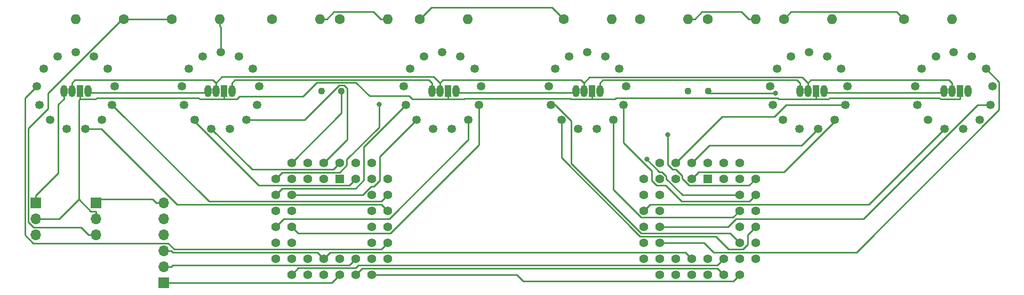
<source format=gbr>
G04 #@! TF.GenerationSoftware,KiCad,Pcbnew,(5.1.4-0-10_14)*
G04 #@! TF.CreationDate,2019-11-07T09:29:39+01:00*
G04 #@! TF.ProjectId,luminixie,6c756d69-6e69-4786-9965-2e6b69636164,rev?*
G04 #@! TF.SameCoordinates,Original*
G04 #@! TF.FileFunction,Copper,L1,Top*
G04 #@! TF.FilePolarity,Positive*
%FSLAX46Y46*%
G04 Gerber Fmt 4.6, Leading zero omitted, Abs format (unit mm)*
G04 Created by KiCad (PCBNEW (5.1.4-0-10_14)) date 2019-11-07 09:29:39*
%MOMM*%
%LPD*%
G04 APERTURE LIST*
%ADD10C,1.600000*%
%ADD11O,1.600000X1.600000*%
%ADD12O,1.700000X1.700000*%
%ADD13R,1.700000X1.700000*%
%ADD14O,1.117600X1.905000*%
%ADD15R,1.117600X1.905000*%
%ADD16C,1.346200*%
%ADD17C,1.107440*%
%ADD18R,1.422400X1.422400*%
%ADD19C,1.422400*%
%ADD20C,0.800000*%
%ADD21C,0.250000*%
G04 APERTURE END LIST*
D10*
X191770000Y-62230000D03*
D11*
X199390000Y-62230000D03*
D10*
X133350000Y-62230000D03*
D11*
X140970000Y-62230000D03*
D12*
X105410000Y-91440000D03*
X105410000Y-93980000D03*
X105410000Y-96520000D03*
X105410000Y-99060000D03*
X105410000Y-101600000D03*
D13*
X105410000Y-104140000D03*
X94615000Y-91440000D03*
D12*
X94615000Y-93980000D03*
X94615000Y-96520000D03*
X85090000Y-96520000D03*
X85090000Y-93980000D03*
D13*
X85090000Y-91440000D03*
D14*
X233045000Y-73660000D03*
X230505000Y-73660000D03*
D15*
X231775000Y-73660000D03*
D14*
X229235000Y-73660000D03*
X210185000Y-73660000D03*
X207645000Y-73660000D03*
D15*
X208915000Y-73660000D03*
D14*
X206375000Y-73660000D03*
X174625000Y-73660000D03*
X172085000Y-73660000D03*
D15*
X173355000Y-73660000D03*
D14*
X170815000Y-73660000D03*
X151765000Y-73660000D03*
X149225000Y-73660000D03*
D15*
X150495000Y-73660000D03*
D14*
X147955000Y-73660000D03*
X116205000Y-73660000D03*
X113665000Y-73660000D03*
D15*
X114935000Y-73660000D03*
D14*
X112395000Y-73660000D03*
X93345000Y-73660000D03*
X90805000Y-73660000D03*
D15*
X92075000Y-73660000D03*
D14*
X89535000Y-73660000D03*
D16*
X88564720Y-68181220D03*
X94315280Y-68181220D03*
X91440000Y-67472560D03*
X97584260Y-72915780D03*
X97226120Y-75854560D03*
X95544640Y-78292960D03*
X92920820Y-79669640D03*
X89959180Y-79669640D03*
X87335360Y-78292960D03*
X85653880Y-75854560D03*
X85295740Y-72915780D03*
X86347300Y-70144640D03*
X96532700Y-70144640D03*
X119532700Y-70144640D03*
X109347300Y-70144640D03*
X108295740Y-72915780D03*
X108653880Y-75854560D03*
X110335360Y-78292960D03*
X112959180Y-79669640D03*
X115920820Y-79669640D03*
X118544640Y-78292960D03*
X120226120Y-75854560D03*
X120584260Y-72915780D03*
X114440000Y-67472560D03*
X117315280Y-68181220D03*
X111564720Y-68181220D03*
X146764720Y-68181220D03*
X152515280Y-68181220D03*
X149640000Y-67472560D03*
X155784260Y-72915780D03*
X155426120Y-75854560D03*
X153744640Y-78292960D03*
X151120820Y-79669640D03*
X148159180Y-79669640D03*
X145535360Y-78292960D03*
X143853880Y-75854560D03*
X143495740Y-72915780D03*
X144547300Y-70144640D03*
X154732700Y-70144640D03*
X177732700Y-70144640D03*
X167547300Y-70144640D03*
X166495740Y-72915780D03*
X166853880Y-75854560D03*
X168535360Y-78292960D03*
X171159180Y-79669640D03*
X174120820Y-79669640D03*
X176744640Y-78292960D03*
X178426120Y-75854560D03*
X178784260Y-72915780D03*
X172640000Y-67472560D03*
X175515280Y-68181220D03*
X169764720Y-68181220D03*
X204964720Y-68181220D03*
X210715280Y-68181220D03*
X207840000Y-67472560D03*
X213984260Y-72915780D03*
X213626120Y-75854560D03*
X211944640Y-78292960D03*
X209320820Y-79669640D03*
X206359180Y-79669640D03*
X203735360Y-78292960D03*
X202053880Y-75854560D03*
X201695740Y-72915780D03*
X202747300Y-70144640D03*
X212932700Y-70144640D03*
X235932700Y-70144640D03*
X225747300Y-70144640D03*
X224695740Y-72915780D03*
X225053880Y-75854560D03*
X226735360Y-78292960D03*
X229359180Y-79669640D03*
X232320820Y-79669640D03*
X234944640Y-78292960D03*
X236626120Y-75854560D03*
X236984260Y-72915780D03*
X230840000Y-67472560D03*
X233715280Y-68181220D03*
X227964720Y-68181220D03*
D17*
X133627500Y-73660000D03*
X130452500Y-73660000D03*
X188652500Y-73660000D03*
X191827500Y-73660000D03*
D10*
X203835000Y-62230000D03*
D11*
X211455000Y-62230000D03*
D10*
X222885000Y-62230000D03*
D11*
X230505000Y-62230000D03*
X91440000Y-62230000D03*
D10*
X99060000Y-62230000D03*
X106680000Y-62230000D03*
D11*
X114300000Y-62230000D03*
D10*
X122555000Y-62230000D03*
D11*
X130175000Y-62230000D03*
D10*
X168910000Y-62230000D03*
D11*
X176530000Y-62230000D03*
X188595000Y-62230000D03*
D10*
X180975000Y-62230000D03*
D11*
X153670000Y-62230000D03*
D10*
X146050000Y-62230000D03*
D18*
X133350000Y-87630000D03*
D19*
X130810000Y-87630000D03*
X128270000Y-87630000D03*
X135890000Y-87630000D03*
X138430000Y-87630000D03*
X130810000Y-85090000D03*
X128270000Y-85090000D03*
X125730000Y-85090000D03*
X133350000Y-85090000D03*
X135890000Y-85090000D03*
X125730000Y-87630000D03*
X125730000Y-90170000D03*
X125730000Y-92710000D03*
X125730000Y-95250000D03*
X125730000Y-97790000D03*
X123190000Y-87630000D03*
X123190000Y-90170000D03*
X123190000Y-92710000D03*
X123190000Y-95250000D03*
X123190000Y-97790000D03*
X123190000Y-100330000D03*
X125730000Y-100330000D03*
X128270000Y-100330000D03*
X130810000Y-100330000D03*
X133350000Y-100330000D03*
X135890000Y-100330000D03*
X140970000Y-100330000D03*
X125730000Y-102870000D03*
X128270000Y-102870000D03*
X130810000Y-102870000D03*
X133350000Y-102870000D03*
X135890000Y-102870000D03*
X138430000Y-102870000D03*
X138430000Y-100330000D03*
X138430000Y-97790000D03*
X138430000Y-95250000D03*
X138430000Y-92710000D03*
X138430000Y-90170000D03*
X138430000Y-85090000D03*
X140970000Y-97790000D03*
X140970000Y-95250000D03*
X140970000Y-92710000D03*
X140970000Y-90170000D03*
X140970000Y-87630000D03*
X199390000Y-87630000D03*
X199390000Y-90170000D03*
X199390000Y-92710000D03*
X199390000Y-95250000D03*
X199390000Y-97790000D03*
X196850000Y-85090000D03*
X196850000Y-90170000D03*
X196850000Y-92710000D03*
X196850000Y-95250000D03*
X196850000Y-97790000D03*
X196850000Y-100330000D03*
X196850000Y-102870000D03*
X194310000Y-102870000D03*
X191770000Y-102870000D03*
X189230000Y-102870000D03*
X186690000Y-102870000D03*
X184150000Y-102870000D03*
X199390000Y-100330000D03*
X194310000Y-100330000D03*
X191770000Y-100330000D03*
X189230000Y-100330000D03*
X186690000Y-100330000D03*
X184150000Y-100330000D03*
X181610000Y-100330000D03*
X181610000Y-97790000D03*
X181610000Y-95250000D03*
X181610000Y-92710000D03*
X181610000Y-90170000D03*
X181610000Y-87630000D03*
X184150000Y-97790000D03*
X184150000Y-95250000D03*
X184150000Y-92710000D03*
X184150000Y-90170000D03*
X184150000Y-87630000D03*
X194310000Y-85090000D03*
X191770000Y-85090000D03*
X184150000Y-85090000D03*
X186690000Y-85090000D03*
X189230000Y-85090000D03*
X196850000Y-87630000D03*
X194310000Y-87630000D03*
X186690000Y-87630000D03*
X189230000Y-87630000D03*
D18*
X191770000Y-87630000D03*
D20*
X139604400Y-75759800D03*
X185420000Y-80661200D03*
X182107900Y-84530300D03*
X202510000Y-74048200D03*
D21*
X140970000Y-90170000D02*
X139933400Y-91206600D01*
X139933400Y-91206600D02*
X112578100Y-91206600D01*
X112578100Y-91206600D02*
X97226100Y-75854600D01*
X140970000Y-92710000D02*
X139933500Y-91673500D01*
X139933500Y-91673500D02*
X107513000Y-91673500D01*
X107513000Y-91673500D02*
X95509100Y-79669600D01*
X95509100Y-79669600D02*
X92920800Y-79669600D01*
X140970000Y-97790000D02*
X139917000Y-98843000D01*
X139917000Y-98843000D02*
X107093200Y-98843000D01*
X107093200Y-98843000D02*
X106106100Y-97855900D01*
X106106100Y-97855900D02*
X84697100Y-97855900D01*
X84697100Y-97855900D02*
X83410900Y-96569700D01*
X83410900Y-96569700D02*
X83410900Y-74800600D01*
X83410900Y-74800600D02*
X85295700Y-72915800D01*
X135890000Y-87630000D02*
X134853400Y-88666600D01*
X134853400Y-88666600D02*
X120492600Y-88666600D01*
X120492600Y-88666600D02*
X110335400Y-78509400D01*
X110335400Y-78509400D02*
X110335400Y-78293000D01*
X133350000Y-85090000D02*
X132297000Y-86143000D01*
X132297000Y-86143000D02*
X119432600Y-86143000D01*
X119432600Y-86143000D02*
X112959200Y-79669600D01*
X130810000Y-85090000D02*
X134509600Y-81390400D01*
X134509600Y-81390400D02*
X134509600Y-73292500D01*
X134509600Y-73292500D02*
X133995700Y-72778600D01*
X133995700Y-72778600D02*
X133265300Y-72778600D01*
X133265300Y-72778600D02*
X127750900Y-78293000D01*
X127750900Y-78293000D02*
X118544600Y-78293000D01*
X114300000Y-62230000D02*
X114300000Y-63355300D01*
X114440000Y-67472600D02*
X114440000Y-63495300D01*
X114440000Y-63495300D02*
X114300000Y-63355300D01*
X125730000Y-95250000D02*
X126768700Y-96288700D01*
X126768700Y-96288700D02*
X141400100Y-96288700D01*
X141400100Y-96288700D02*
X155426100Y-82262700D01*
X155426100Y-82262700D02*
X155426100Y-75854600D01*
X123190000Y-95250000D02*
X124460000Y-93980000D01*
X124460000Y-93980000D02*
X141182100Y-93980000D01*
X141182100Y-93980000D02*
X153744600Y-81417500D01*
X153744600Y-81417500D02*
X153744600Y-78293000D01*
X125730000Y-90170000D02*
X136964100Y-90170000D01*
X136964100Y-90170000D02*
X138315500Y-88818600D01*
X138315500Y-88818600D02*
X138748300Y-88818600D01*
X138748300Y-88818600D02*
X139700000Y-87866900D01*
X139700000Y-87866900D02*
X139700000Y-84128400D01*
X139700000Y-84128400D02*
X145535400Y-78293000D01*
X123190000Y-90170000D02*
X124226500Y-89133500D01*
X124226500Y-89133500D02*
X135855200Y-89133500D01*
X135855200Y-89133500D02*
X137160000Y-87828700D01*
X137160000Y-87828700D02*
X137160000Y-82548500D01*
X137160000Y-82548500D02*
X143853900Y-75854600D01*
X123190000Y-87630000D02*
X124226600Y-86593400D01*
X124226600Y-86593400D02*
X133312600Y-86593400D01*
X133312600Y-86593400D02*
X134460700Y-85445300D01*
X134460700Y-85445300D02*
X134460700Y-84552700D01*
X134460700Y-84552700D02*
X139604400Y-79409000D01*
X139604400Y-79409000D02*
X139604400Y-75759800D01*
X199390000Y-87630000D02*
X198316700Y-88703300D01*
X198316700Y-88703300D02*
X188822500Y-88703300D01*
X188822500Y-88703300D02*
X187726600Y-87607400D01*
X187726600Y-87607400D02*
X187726600Y-87139500D01*
X187726600Y-87139500D02*
X186713700Y-86126600D01*
X186713700Y-86126600D02*
X186206100Y-86126600D01*
X186206100Y-86126600D02*
X185420000Y-85340500D01*
X185420000Y-85340500D02*
X185420000Y-80661200D01*
X196850000Y-97790000D02*
X195363000Y-96303000D01*
X195363000Y-96303000D02*
X181170700Y-96303000D01*
X181170700Y-96303000D02*
X170081400Y-85213700D01*
X170081400Y-85213700D02*
X170081400Y-78411700D01*
X170081400Y-78411700D02*
X167524300Y-75854600D01*
X167524300Y-75854600D02*
X166853900Y-75854600D01*
X168535400Y-78293000D02*
X168535400Y-84305500D01*
X168535400Y-84305500D02*
X180983300Y-96753400D01*
X180983300Y-96753400D02*
X193023100Y-96753400D01*
X193023100Y-96753400D02*
X195106300Y-98836600D01*
X195106300Y-98836600D02*
X197323800Y-98836600D01*
X197323800Y-98836600D02*
X198120100Y-98040300D01*
X198120100Y-98040300D02*
X198120100Y-96519900D01*
X198120100Y-96519900D02*
X199390000Y-95250000D01*
X196850000Y-92710000D02*
X195781600Y-93778400D01*
X195781600Y-93778400D02*
X181178300Y-93778400D01*
X181178300Y-93778400D02*
X176744600Y-89344700D01*
X176744600Y-89344700D02*
X176744600Y-78293000D01*
X199390000Y-90170000D02*
X198336900Y-91223100D01*
X198336900Y-91223100D02*
X187645200Y-91223100D01*
X187645200Y-91223100D02*
X185088700Y-88666600D01*
X185088700Y-88666600D02*
X183666100Y-88666600D01*
X183666100Y-88666600D02*
X182880000Y-87880500D01*
X182880000Y-87880500D02*
X182880000Y-86369700D01*
X182880000Y-86369700D02*
X178426100Y-81915800D01*
X178426100Y-81915800D02*
X178426100Y-75854600D01*
X196850000Y-90170000D02*
X187754500Y-90170000D01*
X187754500Y-90170000D02*
X185194900Y-87610400D01*
X185194900Y-87610400D02*
X185194900Y-87197900D01*
X185194900Y-87197900D02*
X184516300Y-86519300D01*
X184516300Y-86519300D02*
X184096900Y-86519300D01*
X184096900Y-86519300D02*
X182107900Y-84530300D01*
X186690000Y-85090000D02*
X194035200Y-77744800D01*
X194035200Y-77744800D02*
X202341400Y-77744800D01*
X202341400Y-77744800D02*
X204231600Y-75854600D01*
X204231600Y-75854600D02*
X213626100Y-75854600D01*
X211944600Y-78293000D02*
X211944600Y-78475900D01*
X211944600Y-78475900D02*
X203901200Y-86519300D01*
X203901200Y-86519300D02*
X190340700Y-86519300D01*
X190340700Y-86519300D02*
X189230000Y-87630000D01*
X209320800Y-79669600D02*
X206701800Y-82288600D01*
X206701800Y-82288600D02*
X192031400Y-82288600D01*
X192031400Y-82288600D02*
X189230000Y-85090000D01*
X184150000Y-97790000D02*
X191196600Y-97790000D01*
X191196600Y-97790000D02*
X192700000Y-99293400D01*
X192700000Y-99293400D02*
X215380400Y-99293400D01*
X215380400Y-99293400D02*
X238007600Y-76666200D01*
X238007600Y-76666200D02*
X238007600Y-72219500D01*
X238007600Y-72219500D02*
X235932700Y-70144600D01*
X229359200Y-79669600D02*
X217355300Y-91673500D01*
X217355300Y-91673500D02*
X182646500Y-91673500D01*
X182646500Y-91673500D02*
X181610000Y-92710000D01*
X184150000Y-95250000D02*
X194946900Y-95250000D01*
X194946900Y-95250000D02*
X196216900Y-93980000D01*
X196216900Y-93980000D02*
X216493000Y-93980000D01*
X216493000Y-93980000D02*
X234618400Y-75854600D01*
X234618400Y-75854600D02*
X236626100Y-75854600D01*
X125730000Y-85090000D02*
X133627500Y-77192500D01*
X133627500Y-77192500D02*
X133627500Y-73660000D01*
X140970000Y-62230000D02*
X139844700Y-62230000D01*
X130175000Y-62230000D02*
X131300300Y-62230000D01*
X131300300Y-62230000D02*
X132425600Y-61104700D01*
X132425600Y-61104700D02*
X138719400Y-61104700D01*
X138719400Y-61104700D02*
X139844700Y-62230000D01*
X199390000Y-62230000D02*
X198264700Y-62230000D01*
X188595000Y-62230000D02*
X189720300Y-62230000D01*
X189720300Y-62230000D02*
X190845600Y-61104700D01*
X190845600Y-61104700D02*
X197139400Y-61104700D01*
X197139400Y-61104700D02*
X198264700Y-62230000D01*
X191827500Y-73660000D02*
X192215700Y-74048200D01*
X192215700Y-74048200D02*
X202510000Y-74048200D01*
X149225000Y-72382200D02*
X148270400Y-71427600D01*
X148270400Y-71427600D02*
X114619600Y-71427600D01*
X114619600Y-71427600D02*
X113665000Y-72382200D01*
X90805000Y-73660000D02*
X90805000Y-72382200D01*
X90805000Y-72382200D02*
X91269900Y-71917300D01*
X91269900Y-71917300D02*
X113200100Y-71917300D01*
X113200100Y-71917300D02*
X113665000Y-72382200D01*
X113665000Y-73660000D02*
X113665000Y-72382200D01*
X149225000Y-72382200D02*
X149689900Y-71917300D01*
X149689900Y-71917300D02*
X171620100Y-71917300D01*
X171620100Y-71917300D02*
X172085000Y-72382200D01*
X94615000Y-90852300D02*
X103647000Y-90852300D01*
X103647000Y-90852300D02*
X104234700Y-91440000D01*
X172085000Y-72382200D02*
X173011700Y-71455500D01*
X173011700Y-71455500D02*
X206718300Y-71455500D01*
X206718300Y-71455500D02*
X207645000Y-72382200D01*
X207645000Y-72382200D02*
X208114500Y-71912700D01*
X208114500Y-71912700D02*
X230035500Y-71912700D01*
X230035500Y-71912700D02*
X230505000Y-72382200D01*
X149225000Y-73660000D02*
X149225000Y-72382200D01*
X172085000Y-73660000D02*
X172085000Y-72382200D01*
X230505000Y-73660000D02*
X230505000Y-72382200D01*
X207645000Y-73660000D02*
X207645000Y-72382200D01*
X105410000Y-91440000D02*
X104234700Y-91440000D01*
X94615000Y-91440000D02*
X94615000Y-90852300D01*
X94615000Y-96520000D02*
X93439700Y-96520000D01*
X99060000Y-62230000D02*
X98818800Y-62230000D01*
X98818800Y-62230000D02*
X87012400Y-74036400D01*
X87012400Y-74036400D02*
X87012400Y-76481600D01*
X87012400Y-76481600D02*
X83912500Y-79581500D01*
X83912500Y-79581500D02*
X83912500Y-94482700D01*
X83912500Y-94482700D02*
X84774500Y-95344700D01*
X84774500Y-95344700D02*
X92264400Y-95344700D01*
X92264400Y-95344700D02*
X93439700Y-96520000D01*
X106680000Y-62230000D02*
X99060000Y-62230000D01*
X146050000Y-62230000D02*
X147879100Y-60400900D01*
X147879100Y-60400900D02*
X167080900Y-60400900D01*
X167080900Y-60400900D02*
X168910000Y-62230000D01*
X222885000Y-62230000D02*
X221759600Y-61104600D01*
X221759600Y-61104600D02*
X204960400Y-61104600D01*
X204960400Y-61104600D02*
X203835000Y-62230000D01*
X105410000Y-101600000D02*
X106585300Y-101600000D01*
X106585300Y-101600000D02*
X106813600Y-101371700D01*
X106813600Y-101371700D02*
X134848300Y-101371700D01*
X134848300Y-101371700D02*
X135890000Y-100330000D01*
X150495000Y-74937800D02*
X144839600Y-74937800D01*
X144839600Y-74937800D02*
X144373500Y-74471700D01*
X144373500Y-74471700D02*
X138055900Y-74471700D01*
X138055900Y-74471700D02*
X135912400Y-72328200D01*
X135912400Y-72328200D02*
X129705900Y-72328200D01*
X129705900Y-72328200D02*
X127495000Y-74539100D01*
X127495000Y-74539100D02*
X117406200Y-74539100D01*
X117406200Y-74539100D02*
X117007500Y-74937800D01*
X117007500Y-74937800D02*
X114935000Y-74937800D01*
X91911700Y-90909400D02*
X93807000Y-92804700D01*
X93807000Y-92804700D02*
X94615000Y-92804700D01*
X92096200Y-74945100D02*
X91911700Y-75129600D01*
X91911700Y-75129600D02*
X91911700Y-90909400D01*
X91911700Y-90909400D02*
X88841100Y-93980000D01*
X88841100Y-93980000D02*
X85090000Y-93980000D01*
X94615000Y-93980000D02*
X94615000Y-92804700D01*
X92096200Y-74945100D02*
X94621100Y-74945100D01*
X94621100Y-74945100D02*
X94749300Y-74816900D01*
X94749300Y-74816900D02*
X110997700Y-74816900D01*
X110997700Y-74816900D02*
X111118600Y-74937800D01*
X111118600Y-74937800D02*
X114935000Y-74937800D01*
X92075000Y-74881500D02*
X92075000Y-74923900D01*
X92075000Y-74923900D02*
X92096200Y-74945100D01*
X114935000Y-73660000D02*
X114935000Y-74937800D01*
X150495000Y-73660000D02*
X150495000Y-74937800D01*
X173355000Y-74937800D02*
X170012500Y-74937800D01*
X170012500Y-74937800D02*
X169930800Y-74856100D01*
X169930800Y-74856100D02*
X153196700Y-74856100D01*
X153196700Y-74856100D02*
X153115000Y-74937800D01*
X153115000Y-74937800D02*
X150495000Y-74937800D01*
X208915000Y-74937800D02*
X203052300Y-74937800D01*
X203052300Y-74937800D02*
X202893000Y-74778500D01*
X202893000Y-74778500D02*
X177201500Y-74778500D01*
X177201500Y-74778500D02*
X177042200Y-74937800D01*
X177042200Y-74937800D02*
X173355000Y-74937800D01*
X92075000Y-73660000D02*
X92075000Y-74881500D01*
X231775000Y-73660000D02*
X231775000Y-74937800D01*
X208915000Y-74937800D02*
X210987500Y-74937800D01*
X210987500Y-74937800D02*
X211106900Y-74818400D01*
X211106900Y-74818400D02*
X228598000Y-74818400D01*
X228598000Y-74818400D02*
X228717400Y-74937800D01*
X228717400Y-74937800D02*
X231775000Y-74937800D01*
X208915000Y-73660000D02*
X208915000Y-74937800D01*
X173355000Y-73660000D02*
X173355000Y-74937800D01*
X133350000Y-102870000D02*
X132080000Y-104140000D01*
X132080000Y-104140000D02*
X105410000Y-104140000D01*
X130810000Y-100330000D02*
X129773500Y-99293500D01*
X129773500Y-99293500D02*
X106818800Y-99293500D01*
X106818800Y-99293500D02*
X106585300Y-99060000D01*
X105410000Y-99060000D02*
X106585300Y-99060000D01*
X189230000Y-100330000D02*
X188193400Y-99293400D01*
X188193400Y-99293400D02*
X131846600Y-99293400D01*
X131846600Y-99293400D02*
X130810000Y-100330000D01*
X194310000Y-100330000D02*
X193273400Y-101366600D01*
X193273400Y-101366600D02*
X136348700Y-101366600D01*
X136348700Y-101366600D02*
X135893200Y-101822100D01*
X135893200Y-101822100D02*
X126777900Y-101822100D01*
X126777900Y-101822100D02*
X125730000Y-102870000D01*
X194310000Y-102870000D02*
X193273300Y-101833300D01*
X193273300Y-101833300D02*
X136926700Y-101833300D01*
X136926700Y-101833300D02*
X135890000Y-102870000D01*
X138430000Y-102870000D02*
X161438900Y-102870000D01*
X161438900Y-102870000D02*
X162494300Y-103925400D01*
X162494300Y-103925400D02*
X195794600Y-103925400D01*
X195794600Y-103925400D02*
X196850000Y-102870000D01*
X93345000Y-73660000D02*
X93605300Y-73920300D01*
X93605300Y-73920300D02*
X112134700Y-73920300D01*
X112134700Y-73920300D02*
X112395000Y-73660000D01*
X85090000Y-91440000D02*
X85090000Y-90264700D01*
X89535000Y-73660000D02*
X89535000Y-74937800D01*
X89535000Y-74937800D02*
X88661300Y-75811500D01*
X88661300Y-75811500D02*
X88661300Y-86693400D01*
X88661300Y-86693400D02*
X85090000Y-90264700D01*
X116205000Y-73660000D02*
X116205000Y-72382200D01*
X147955000Y-73660000D02*
X147955000Y-72382200D01*
X147955000Y-72382200D02*
X147450700Y-71877900D01*
X147450700Y-71877900D02*
X116709300Y-71877900D01*
X116709300Y-71877900D02*
X116205000Y-72382200D01*
X151765000Y-73660000D02*
X152038000Y-73933000D01*
X152038000Y-73933000D02*
X170542000Y-73933000D01*
X170542000Y-73933000D02*
X170815000Y-73660000D01*
X206375000Y-73660000D02*
X206375000Y-72382200D01*
X174625000Y-73660000D02*
X174625000Y-72382200D01*
X174625000Y-72382200D02*
X175101300Y-71905900D01*
X175101300Y-71905900D02*
X205898700Y-71905900D01*
X205898700Y-71905900D02*
X206375000Y-72382200D01*
X210185000Y-73660000D02*
X210458000Y-73933000D01*
X210458000Y-73933000D02*
X228962000Y-73933000D01*
X228962000Y-73933000D02*
X229235000Y-73660000D01*
M02*

</source>
